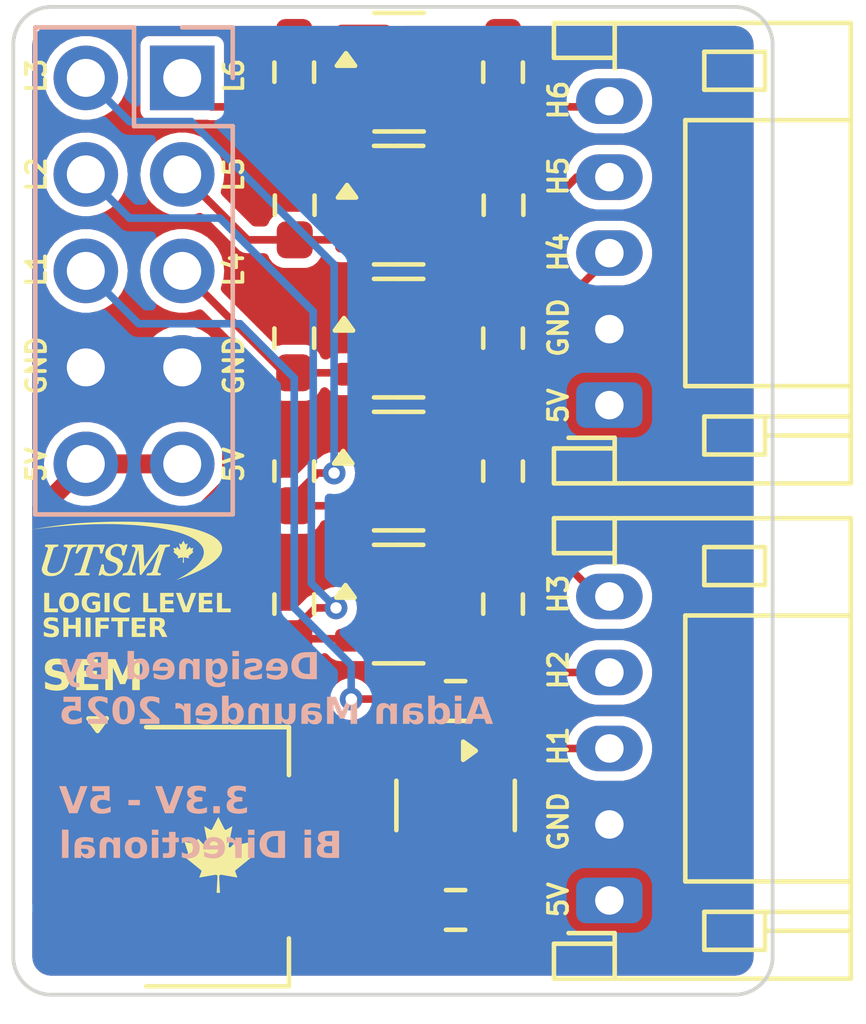
<source format=kicad_pcb>
(kicad_pcb (version 20240108) (generator "pcbnew") (generator_version "8.0")
  (layers (0 "F.Cu" signal) (31 "B.Cu" signal) (34 "B.Paste" user) (35 "F.Paste" user) (36 "B.SilkS" user "B.Silkscreen") (37 "F.SilkS" user "F.Silkscreen") (38 "B.Mask" user) (39 "F.Mask" user) (44 "Edge.Cuts" user))
  (net 0 "")
  (net 1 "GND")
  (net 2 "+3V3")
  (net 3 "+5V")
  (net 4 "DLOW6")
  (net 5 "DLOW4")
  (net 6 "DLOW2")
  (net 7 "DLOW1")
  (net 8 "DLOW5")
  (net 9 "DLOW3")
  (net 10 "DHIGH2")
  (net 11 "DHIGH6")
  (net 12 "DHIGH4")
  (net 13 "DHIGH5")
  (net 14 "DHIGH3")
  (net 15 "DHIGH1")
  (footprint "Resistor_SMD:R_0603_1608Metric_Pad0.98x0.95mm_HandSolder" (layer "F.Cu") (at 118 63.2 -90)
    (property "Reference" "R7" (hide yes))
    (property "Value" "10k" (hide yes))
    (pad "1" smd roundrect (at -0.9125 0 270) (size 0.975 0.95) (layers "F.Cu" "F.Paste" "F.Mask") (net 2 "+3V3"))
    (pad "2" smd roundrect (at 0.9125 0 270) (size 0.975 0.95) (layers "F.Cu" "F.Paste" "F.Mask") (net 5 "DLOW4"))
  )
  (footprint "Resistor_SMD:R_0603_1608Metric_Pad0.98x0.95mm_HandSolder" (layer "F.Cu") (at 123.5 63.2 -90)
    (property "Reference" "R8" (hide yes))
    (property "Value" "10k" (hide yes))
    (pad "1" smd roundrect (at -0.9125 0 270) (size 0.975 0.95) (layers "F.Cu" "F.Paste" "F.Mask") (net 3 "+5V"))
    (pad "2" smd roundrect (at 0.9125 0 270) (size 0.975 0.95) (layers "F.Cu" "F.Paste" "F.Mask") (net 12 "DHIGH4"))
  )
  (footprint "Resistor_SMD:R_0603_1608Metric_Pad0.98x0.95mm_HandSolder" (layer "F.Cu") (at 123.5 56.2 -90)
    (property "Reference" "R12" (hide yes))
    (property "Value" "10k" (hide yes))
    (pad "1" smd roundrect (at -0.9125 0 270) (size 0.975 0.95) (layers "F.Cu" "F.Paste" "F.Mask") (net 3 "+5V"))
    (pad "2" smd roundrect (at 0.9125 0 270) (size 0.975 0.95) (layers "F.Cu" "F.Paste" "F.Mask") (net 11 "DHIGH6"))
  )
  (footprint "Graphics:UTSM 5" (layer "F.Cu") (at 113.6 68.8)
    (property "Reference" "G***" (hide yes))
    (property "Value" "LOGO" (hide yes))
  )
  (footprint "Resistor_SMD:R_0603_1608Metric_Pad0.98x0.95mm_HandSolder" (layer "F.Cu") (at 118.0125 59.7 -90)
    (property "Reference" "R9" (hide yes))
    (property "Value" "10k" (hide yes))
    (pad "1" smd roundrect (at -0.9125 0 270) (size 0.975 0.95) (layers "F.Cu" "F.Paste" "F.Mask") (net 2 "+3V3"))
    (pad "2" smd roundrect (at 0.9125 0 270) (size 0.975 0.95) (layers "F.Cu" "F.Paste" "F.Mask") (net 8 "DLOW5"))
  )
  (footprint "Package_TO_SOT_SMD:SOT-23" (layer "F.Cu") (at 120.75 66.7)
    (property "Reference" "Q3" (hide yes))
    (property "Value" "BSS138" (hide yes))
    (pad "1" smd roundrect (at -0.9375 -0.95) (size 1.475 0.6) (layers "F.Cu" "F.Paste" "F.Mask") (net 2 "+3V3"))
    (pad "2" smd roundrect (at -0.9375 0.95) (size 1.475 0.6) (layers "F.Cu" "F.Paste" "F.Mask") (net 9 "DLOW3"))
    (pad "3" smd roundrect (at 0.9375 0) (size 1.475 0.6) (layers "F.Cu" "F.Paste" "F.Mask") (net 14 "DHIGH3"))
  )
  (footprint "Package_TO_SOT_SMD:SOT-23" (layer "F.Cu") (at 120.75 59.7)
    (property "Reference" "Q5" (hide yes))
    (property "Value" "BSS138" (hide yes))
    (pad "1" smd roundrect (at -0.9375 -0.95) (size 1.475 0.6) (layers "F.Cu" "F.Paste" "F.Mask") (net 2 "+3V3"))
    (pad "2" smd roundrect (at -0.9375 0.95) (size 1.475 0.6) (layers "F.Cu" "F.Paste" "F.Mask") (net 8 "DLOW5"))
    (pad "3" smd roundrect (at 0.9375 0) (size 1.475 0.6) (layers "F.Cu" "F.Paste" "F.Mask") (net 13 "DHIGH5"))
  )
  (footprint "Resistor_SMD:R_0603_1608Metric_Pad0.98x0.95mm_HandSolder" (layer "F.Cu") (at 118 66.7 -90)
    (property "Reference" "R5" (hide yes))
    (property "Value" "10k" (hide yes))
    (pad "1" smd roundrect (at -0.9125 0 270) (size 0.975 0.95) (layers "F.Cu" "F.Paste" "F.Mask") (net 2 "+3V3"))
    (pad "2" smd roundrect (at 0.9125 0 270) (size 0.975 0.95) (layers "F.Cu" "F.Paste" "F.Mask") (net 9 "DLOW3"))
  )
  (footprint "Resistor_SMD:R_0603_1608Metric_Pad0.98x0.95mm_HandSolder" (layer "F.Cu") (at 118 70.2 -90)
    (property "Reference" "R3" (hide yes))
    (property "Value" "10k" (hide yes))
    (pad "1" smd roundrect (at -0.9125 0 270) (size 0.975 0.95) (layers "F.Cu" "F.Paste" "F.Mask") (net 2 "+3V3"))
    (pad "2" smd roundrect (at 0.9125 0 270) (size 0.975 0.95) (layers "F.Cu" "F.Paste" "F.Mask") (net 6 "DLOW2"))
  )
  (footprint "Resistor_SMD:R_0603_1608Metric_Pad0.98x0.95mm_HandSolder" (layer "F.Cu") (at 123.5 70.2 -90)
    (property "Reference" "R4" (hide yes))
    (property "Value" "10k" (hide yes))
    (pad "1" smd roundrect (at -0.9125 0 270) (size 0.975 0.95) (layers "F.Cu" "F.Paste" "F.Mask") (net 3 "+5V"))
    (pad "2" smd roundrect (at 0.9125 0 270) (size 0.975 0.95) (layers "F.Cu" "F.Paste" "F.Mask") (net 10 "DHIGH2"))
  )
  (footprint "Resistor_SMD:R_0603_1608Metric_Pad0.98x0.95mm_HandSolder" (layer "F.Cu") (at 123.5125 59.7 -90)
    (property "Reference" "R10" (hide yes))
    (property "Value" "10k" (hide yes))
    (pad "1" smd roundrect (at -0.9125 0 270) (size 0.975 0.95) (layers "F.Cu" "F.Paste" "F.Mask") (net 3 "+5V"))
    (pad "2" smd roundrect (at 0.9125 0 270) (size 0.975 0.95) (layers "F.Cu" "F.Paste" "F.Mask") (net 13 "DHIGH5"))
  )
  (footprint "Resistor_SMD:R_0603_1608Metric_Pad0.98x0.95mm_HandSolder" (layer "F.Cu") (at 118 56.2 -90)
    (property "Reference" "R11" (hide yes))
    (property "Value" "10k" (hide yes))
    (pad "1" smd roundrect (at -0.9125 0 270) (size 0.975 0.95) (layers "F.Cu" "F.Paste" "F.Mask") (net 2 "+3V3"))
    (pad "2" smd roundrect (at 0.9125 0 270) (size 0.975 0.95) (layers "F.Cu" "F.Paste" "F.Mask") (net 4 "DLOW6"))
  )
  (footprint "Connector_JST:JST_PH_S5B-PH-K_1x05_P2.00mm_Horizontal" (layer "F.Cu") (at 126.3 64.9625 90)
    (property "Reference" "J3" (hide yes))
    (property "Value" "Conn_01x05_Pin" (hide yes))
    (pad "1" thru_hole roundrect (at 0 0 90) (size 1.2 1.75) (drill 0.75) (layers "*.Cu" "*.Mask") (roundrect_rratio 0.208333) (net 3 "+5V"))
    (pad "2" thru_hole oval (at 2 0 90) (size 1.2 1.75) (drill 0.75) (layers "*.Cu" "*.Mask") (net 1 "GND"))
    (pad "3" thru_hole oval (at 4 0 90) (size 1.2 1.75) (drill 0.75) (layers "*.Cu" "*.Mask") (net 12 "DHIGH4"))
    (pad "4" thru_hole oval (at 6 0 90) (size 1.2 1.75) (drill 0.75) (layers "*.Cu" "*.Mask") (net 13 "DHIGH5"))
    (pad "5" thru_hole oval (at 8 0 90) (size 1.2 1.75) (drill 0.75) (layers "*.Cu" "*.Mask") (net 11 "DHIGH6"))
  )
  (footprint "Resistor_SMD:R_0603_1608Metric_Pad0.98x0.95mm_HandSolder" (layer "F.Cu") (at 123.5 66.7 -90)
    (property "Reference" "R6" (hide yes))
    (property "Value" "10k" (hide yes))
    (pad "1" smd roundrect (at -0.9125 0 270) (size 0.975 0.95) (layers "F.Cu" "F.Paste" "F.Mask") (net 3 "+5V"))
    (pad "2" smd roundrect (at 0.9125 0 270) (size 0.975 0.95) (layers "F.Cu" "F.Paste" "F.Mask") (net 14 "DHIGH3"))
  )
  (footprint "Resistor_SMD:R_0603_1608Metric_Pad0.98x0.95mm_HandSolder" (layer "F.Cu") (at 122.25 72.75 180)
    (property "Reference" "R1" (hide yes))
    (property "Value" "10k" (hide yes))
    (pad "1" smd roundrect (at -0.9125 0 180) (size 0.975 0.95) (layers "F.Cu" "F.Paste" "F.Mask") (net 2 "+3V3"))
    (pad "2" smd roundrect (at 0.9125 0 180) (size 0.975 0.95) (layers "F.Cu" "F.Paste" "F.Mask") (net 7 "DLOW1"))
  )
  (footprint "Resistor_SMD:R_0603_1608Metric_Pad0.98x0.95mm_HandSolder" (layer "F.Cu") (at 122.25 78.25)
    (property "Reference" "R2" (hide yes))
    (property "Value" "10k" (hide yes))
    (pad "1" smd roundrect (at -0.9125 0) (size 0.975 0.95) (layers "F.Cu" "F.Paste" "F.Mask") (net 3 "+5V"))
    (pad "2" smd roundrect (at 0.9125 0) (size 0.975 0.95) (layers "F.Cu" "F.Paste" "F.Mask") (net 15 "DHIGH1"))
  )
  (footprint "Package_TO_SOT_SMD:SOT-223-3_TabPin2" (layer "F.Cu") (at 115.95 76.85)
    (property "Reference" "U1" (hide yes))
    (property "Value" "AMS1117-3.3" (hide yes))
    (pad "1" smd roundrect (at -3.15 -2.3) (size 2 1.5) (layers "F.Cu" "F.Paste" "F.Mask") (net 1 "GND"))
    (pad "2" smd roundrect (at -3.15 0) (size 2 1.5) (layers "F.Cu" "F.Paste" "F.Mask") (net 2 "+3V3"))
    (pad "2" smd roundrect (at 3.15 0) (size 2 3.8) (layers "F.Cu" "F.Paste" "F.Mask") (net 2 "+3V3"))
    (pad "3" smd roundrect (at -3.15 2.3) (size 2 1.5) (layers "F.Cu" "F.Paste" "F.Mask") (net 3 "+5V"))
  )
  (footprint "Connector_JST:JST_PH_S5B-PH-K_1x05_P2.00mm_Horizontal" (layer "F.Cu") (at 126.3 78 90)
    (property "Reference" "J2" (hide yes))
    (property "Value" "Conn_01x05_Pin" (hide yes))
    (pad "1" thru_hole roundrect (at 0 0 90) (size 1.2 1.75) (drill 0.75) (layers "*.Cu" "*.Mask") (roundrect_rratio 0.208333) (net 3 "+5V"))
    (pad "2" thru_hole oval (at 2 0 90) (size 1.2 1.75) (drill 0.75) (layers "*.Cu" "*.Mask") (net 1 "GND"))
    (pad "3" thru_hole oval (at 4 0 90) (size 1.2 1.75) (drill 0.75) (layers "*.Cu" "*.Mask") (net 15 "DHIGH1"))
    (pad "4" thru_hole oval (at 6 0 90) (size 1.2 1.75) (drill 0.75) (layers "*.Cu" "*.Mask") (net 10 "DHIGH2"))
    (pad "5" thru_hole oval (at 8 0 90) (size 1.2 1.75) (drill 0.75) (layers "*.Cu" "*.Mask") (net 14 "DHIGH3"))
  )
  (footprint "Package_TO_SOT_SMD:SOT-23" (layer "F.Cu") (at 120.75 63.2)
    (property "Reference" "Q4" (hide yes))
    (property "Value" "BSS138" (hide yes))
    (pad "1" smd roundrect (at -0.9375 -0.95) (size 1.475 0.6) (layers "F.Cu" "F.Paste" "F.Mask") (net 2 "+3V3"))
    (pad "2" smd roundrect (at -0.9375 0.95) (size 1.475 0.6) (layers "F.Cu" "F.Paste" "F.Mask") (net 5 "DLOW4"))
    (pad "3" smd roundrect (at 0.9375 0) (size 1.475 0.6) (layers "F.Cu" "F.Paste" "F.Mask") (net 12 "DHIGH4"))
  )
  (footprint "Custom:Maple Leaf" (layer "F.Cu") (at 116 76.8)
    (property "Reference" "G***" (hide yes))
    (property "Value" "LOGO" (hide yes))
  )
  (footprint "Package_TO_SOT_SMD:SOT-23" (layer "F.Cu") (at 120.7625 56.2)
    (property "Reference" "Q6" (hide yes))
    (property "Value" "BSS138" (hide yes))
    (pad "1" smd roundrect (at -0.9375 -0.95) (size 1.475 0.6) (layers "F.Cu" "F.Paste" "F.Mask") (net 2 "+3V3"))
    (pad "2" smd roundrect (at -0.9375 0.95) (size 1.475 0.6) (layers "F.Cu" "F.Paste" "F.Mask") (net 4 "DLOW6"))
    (pad "3" smd roundrect (at 0.9375 0) (size 1.475 0.6) (layers "F.Cu" "F.Paste" "F.Mask") (net 11 "DHIGH6"))
  )
  (footprint "Package_TO_SOT_SMD:SOT-23" (layer "F.Cu") (at 120.75 70.2)
    (property "Reference" "Q2" (hide yes))
    (property "Value" "BSS138" (hide yes))
    (pad "1" smd roundrect (at -0.9375 -0.95) (size 1.475 0.6) (layers "F.Cu" "F.Paste" "F.Mask") (net 2 "+3V3"))
    (pad "2" smd roundrect (at -0.9375 0.95) (size 1.475 0.6) (layers "F.Cu" "F.Paste" "F.Mask") (net 6 "DLOW2"))
    (pad "3" smd roundrect (at 0.9375 0) (size 1.475 0.6) (layers "F.Cu" "F.Paste" "F.Mask") (net 10 "DHIGH2"))
  )
  (footprint "Package_TO_SOT_SMD:SOT-23" (layer "F.Cu") (at 122.25 75.5 -90)
    (property "Reference" "Q1" (hide yes))
    (property "Value" "BSS138" (hide yes))
    (pad "1" smd roundrect (at -0.9375 -0.95 270) (size 1.475 0.6) (layers "F.Cu" "F.Paste" "F.Mask") (net 2 "+3V3"))
    (pad "2" smd roundrect (at -0.9375 0.95 270) (size 1.475 0.6) (layers "F.Cu" "F.Paste" "F.Mask") (net 7 "DLOW1"))
    (pad "3" smd roundrect (at 0.9375 0 270) (size 1.475 0.6) (layers "F.Cu" "F.Paste" "F.Mask") (net 15 "DHIGH1"))
  )
  (footprint "Connector_PinHeader_2.54mm:PinHeader_2x05_P2.54mm_Vertical" (layer "B.Cu") (at 115.05 56.35 180)
    (property "Reference" "J1" (hide yes))
    (property "Value" "Conn_02x05_Odd_Even" (hide yes))
    (pad "1" thru_hole rect (at 0 0 180) (size 1.7 1.7) (drill 1) (layers "*.Cu" "*.Mask") (net 4 "DLOW6"))
    (pad "2" thru_hole oval (at 2.54 0 180) (size 1.7 1.7) (drill 1) (layers "*.Cu" "*.Mask") (net 9 "DLOW3"))
    (pad "3" thru_hole oval (at 0 -2.54 180) (size 1.7 1.7) (drill 1) (layers "*.Cu" "*.Mask") (net 8 "DLOW5"))
    (pad "4" thru_hole oval (at 2.54 -2.54 180) (size 1.7 1.7) (drill 1) (layers "*.Cu" "*.Mask") (net 6 "DLOW2"))
    (pad "5" thru_hole oval (at 0 -5.08 180) (size 1.7 1.7) (drill 1) (layers "*.Cu" "*.Mask") (net 5 "DLOW4"))
    (pad "6" thru_hole oval (at 2.54 -5.08 180) (size 1.7 1.7) (drill 1) (layers "*.Cu" "*.Mask") (net 7 "DLOW1"))
    (pad "7" thru_hole oval (at 0 -7.62 180) (size 1.7 1.7) (drill 1) (layers "*.Cu" "*.Mask") (net 1 "GND"))
    (pad "8" thru_hole oval (at 2.54 -7.62 180) (size 1.7 1.7) (drill 1) (layers "*.Cu" "*.Mask") (net 1 "GND"))
    (pad "9" thru_hole oval (at 0 -10.16 180) (size 1.7 1.7) (drill 1) (layers "*.Cu" "*.Mask") (net 3 "+5V"))
    (pad "10" thru_hole oval (at 2.54 -10.16 180) (size 1.7 1.7) (drill 1) (layers "*.Cu" "*.Mask") (net 3 "+5V"))
  )
  (gr_line (start 110.6 79.48125) (end 110.6 55.48125) (stroke (width 0.1)) (layer "Edge.Cuts"))
  (gr_arc (start 129.6 54.48125) (mid 130.307107 54.774143) (end 130.6 55.48125) (stroke (width 0.1)) (layer "Edge.Cuts"))
  (gr_line (start 129.6 80.48125) (end 111.6 80.48125) (stroke (width 0.1)) (layer "Edge.Cuts"))
  (gr_arc (start 111.6 80.48125) (mid 110.892893 80.188357) (end 110.6 79.48125) (stroke (width 0.1)) (layer "Edge.Cuts"))
  (gr_arc (start 110.6 55.48125) (mid 110.892893 54.774143) (end 111.6 54.48125) (stroke (width 0.1)) (layer "Edge.Cuts"))
  (gr_line (start 111.6 54.48125) (end 129.6 54.48125) (stroke (width 0.1)) (layer "Edge.Cuts"))
  (gr_line (start 130.6 55.48125) (end 130.6 79.48125) (stroke (width 0.1)) (layer "Edge.Cuts"))
  (gr_arc (start 130.6 79.48125) (mid 130.307107 80.188357) (end 129.6 80.48125) (stroke (width 0.1)) (layer "Edge.Cuts"))
  (gr_text "Designed By\nAidan Maunder 2025\n\n3.3V - 5V\nBi Directional" (at 111.8 77 0) (layer "B.SilkS") (effects (font (size 0.7 0.7) (thickness 0.175) (bold yes)) (justify right bottom mirror)))
  (gr_text "GND" (at 125.25 63.75 90) (layer "F.SilkS") (effects (font (size 0.5 0.5) (thickness 0.1)) (justify left bottom)))
  (gr_text "L3" (at 111.5 56.8 90) (layer "F.SilkS") (effects (font (size 0.5 0.5) (thickness 0.1)) (justify left bottom)))
  (gr_text "GND" (at 111.5 64.75 90) (layer "F.SilkS") (effects (font (size 0.5 0.5) (thickness 0.1)) (justify left bottom)))
  (gr_text "H5" (at 125.25 59.5 90) (layer "F.SilkS") (effects (font (size 0.5 0.5) (thickness 0.1)) (justify left bottom)))
  (gr_text "5V" (at 125.25 65.5 90) (layer "F.SilkS") (effects (font (size 0.5 0.5) (thickness 0.1)) (justify left bottom)))
  (gr_text "5V" (at 111.5 67.05 90) (layer "F.SilkS") (effects (font (size 0.5 0.5) (thickness 0.1)) (justify left bottom)))
  (gr_text "H4" (at 125.25 61.5 90) (layer "F.SilkS") (effects (font (size 0.5 0.5) (thickness 0.1)) (justify left bottom)))
  (gr_text "5V" (at 116.7 67.05 90) (layer "F.SilkS") (effects (font (size 0.5 0.5) (thickness 0.1)) (justify left bottom)))
  (gr_text "H2" (at 125.25 72.5 90) (layer "F.SilkS") (effects (font (size 0.5 0.5) (thickness 0.1)) (justify left bottom)))
  (gr_text "5V" (at 125.25 78.5 90) (layer "F.SilkS") (effects (font (size 0.5 0.5) (thickness 0.1)) (justify left bottom)))
  (gr_text "H1" (at 125.25 74.5 90) (layer "F.SilkS") (effects (font (size 0.5 0.5) (thickness 0.1)) (justify left bottom)))
  (gr_text "H3" (at 125.25 70.5 90) (layer "F.SilkS") (effects (font (size 0.5 0.5) (thickness 0.1)) (justify left bottom)))
  (gr_text "L6" (at 116.7 56.8 90) (layer "F.SilkS") (effects (font (size 0.5 0.5) (thickness 0.1)) (justify left bottom)))
  (gr_text "L5" (at 116.7 59.4 90) (layer "F.SilkS") (effects (font (size 0.5 0.5) (thickness 0.1)) (justify left bottom)))
  (gr_text "SHIFTER" (at 111.35 71.15 0) (layer "F.SilkS") (effects (font (size 0.5 0.5) (thickness 0.125) (bold yes)) (justify left bottom)))
  (gr_text "L4" (at 116.7 61.9 90) (layer "F.SilkS") (effects (font (size 0.5 0.5) (thickness 0.1)) (justify left bottom)))
  (gr_text "L1" (at 111.5 61.9 90) (layer "F.SilkS") (effects (font (size 0.5 0.5) (thickness 0.1)) (justify left bottom)))
  (gr_text "H6" (at 125.25 57.5 90) (layer "F.SilkS") (effects (font (size 0.5 0.5) (thickness 0.1)) (justify left bottom)))
  (gr_text "LOGIC LEVEL" (at 111.35 70.5 0) (layer "F.SilkS") (effects (font (size 0.5 0.5) (thickness 0.125) (bold yes)) (justify left bottom)))
  (gr_text "GND" (at 125.25 76.75 90) (layer "F.SilkS") (effects (font (size 0.5 0.5) (thickness 0.1)) (justify left bottom)))
  (gr_text "GND" (at 116.7 64.75 90) (layer "F.SilkS") (effects (font (size 0.5 0.5) (thickness 0.1)) (justify left bottom)))
  (gr_text "L2" (at 111.5 59.4 90) (layer "F.SilkS") (effects (font (size 0.5 0.5) (thickness 0.1)) (justify left bottom)))
  (gr_text "SEM" (at 111.35 72.6 0) (layer "F.SilkS") (effects (font (size 0.8 0.8) (thickness 0.2) (bold yes)) (justify left bottom)))
  (segment (start 115.05 63.97) (end 112.51 63.97) (width 0.5) (layer "F.Cu") (net 1))
  (segment (start 115.05 63.97) (end 116.35 65.27) (width 0.5) (layer "F.Cu") (net 1))
  (segment (start 116.35 65.27) (end 116.35 67.048478) (width 0.5) (layer "F.Cu") (net 1))
  (segment (start 116.35 67.048478) (end 112.8 70.598478) (width 0.5) (layer "F.Cu") (net 1))
  (segment (start 112.8 70.598478) (end 112.8 74.55) (width 0.5) (layer "F.Cu") (net 1))
  (segment (start 123.1625 74.525) (end 123.2 74.5625) (width 0.2) (layer "F.Cu") (net 2))
  (segment (start 117.75 65.7875) (end 119.525 65.7875) (width 0.2) (layer "F.Cu") (net 2))
  (segment (start 119.525 62.2875) (end 119.5625 62.25) (width 0.2) (layer "F.Cu") (net 2))
  (segment (start 123.1625 72.75) (end 123.1625 74.525) (width 0.2) (layer "F.Cu") (net 2))
  (segment (start 119.5375 55.2875) (end 119.575 55.25) (width 0.2) (layer "F.Cu") (net 2))
  (segment (start 119.1 76.85) (end 120.390552 76.85) (width 0.2) (layer "F.Cu") (net 2))
  (segment (start 122.678052 74.5625) (end 123.2 74.5625) (width 0.2) (layer "F.Cu") (net 2))
  (segment (start 120.390552 76.85) (end 122.678052 74.5625) (width 0.2) (layer "F.Cu") (net 2))
  (segment (start 119.525 58.7875) (end 119.5625 58.75) (width 0.2) (layer "F.Cu") (net 2))
  (segment (start 119.525 65.7875) (end 119.5625 65.75) (width 0.2) (layer "F.Cu") (net 2))
  (segment (start 117.7625 58.7875) (end 119.525 58.7875) (width 0.2) (layer "F.Cu") (net 2))
  (segment (start 119.525 69.2875) (end 119.5625 69.25) (width 0.2) (layer "F.Cu") (net 2))
  (segment (start 117.75 55.2875) (end 119.5375 55.2875) (width 0.2) (layer "F.Cu") (net 2))
  (segment (start 117.75 69.2875) (end 119.525 69.2875) (width 0.2) (layer "F.Cu") (net 2))
  (segment (start 117.75 62.2875) (end 119.525 62.2875) (width 0.2) (layer "F.Cu") (net 2))
  (segment (start 111.35 78.05) (end 111.35 67.67) (width 0.5) (layer "F.Cu") (net 3))
  (segment (start 112.51 66.51) (end 115.05 66.51) (width 0.5) (layer "F.Cu") (net 3))
  (segment (start 112.45 79.15) (end 111.35 78.05) (width 0.5) (layer "F.Cu") (net 3))
  (segment (start 111.35 67.67) (end 112.51 66.51) (width 0.5) (layer "F.Cu") (net 3))
  (segment (start 112.8 79.15) (end 112.45 79.15) (width 0.5) (layer "F.Cu") (net 3))
  (segment (start 117.75 57.1125) (end 115.8125 57.1125) (width 0.2) (layer "F.Cu") (net 4))
  (segment (start 119.5375 57.1125) (end 119.575 57.15) (width 0.2) (layer "F.Cu") (net 4))
  (segment (start 117.75 57.1125) (end 119.5375 57.1125) (width 0.2) (layer "F.Cu") (net 4))
  (segment (start 115.8125 57.1125) (end 115.05 56.35) (width 0.2) (layer "F.Cu") (net 4))
  (segment (start 117.7325 64.1125) (end 115.05 61.43) (width 0.2) (layer "F.Cu") (net 5))
  (segment (start 119.525 64.1125) (end 119.5625 64.15) (width 0.2) (layer "F.Cu") (net 5))
  (segment (start 117.75 64.1125) (end 117.7325 64.1125) (width 0.2) (layer "F.Cu") (net 5))
  (segment (start 117.75 64.1125) (end 119.525 64.1125) (width 0.2) (layer "F.Cu") (net 5))
  (segment (start 119.525 71.1125) (end 119.5625 71.15) (width 0.2) (layer "F.Cu") (net 6))
  (segment (start 118.5625 70.3) (end 117.75 71.1125) (width 0.2) (layer "F.Cu") (net 6))
  (segment (start 119.1 70.3) (end 118.5625 70.3) (width 0.2) (layer "F.Cu") (net 6))
  (segment (start 117.75 71.1125) (end 119.525 71.1125) (width 0.2) (layer "F.Cu") (net 6))
  (via (at 119.1 70.3) (size 0.6) (drill 0.3) (layers "F.Cu" "B.Cu") (net 6))
  (segment (start 119.1 70.3) (end 118.45 69.65) (width 0.2) (layer "B.Cu") (net 6))
  (segment (start 118.5 66.451471) (end 118.5 62.5) (width 0.2) (layer "B.Cu") (net 6))
  (segment (start 118.45 69.65) (end 118.45 66.501471) (width 0.2) (layer "B.Cu") (net 6))
  (segment (start 118.45 66.501471) (end 118.5 66.451471) (width 0.2) (layer "B.Cu") (net 6))
  (segment (start 118.5 62.5) (end 116.04 60.04) (width 0.2) (layer "B.Cu") (net 6))
  (segment (start 113.66 60.04) (end 112.51 58.89) (width 0.2) (layer "B.Cu") (net 6))
  (segment (start 116.04 60.04) (end 113.66 60.04) (width 0.2) (layer "B.Cu") (net 6))
  (segment (start 121.3375 74.525) (end 121.3 74.5625) (width 0.2) (layer "F.Cu") (net 7))
  (segment (start 121.2875 72.7) (end 121.3375 72.75) (width 0.2) (layer "F.Cu") (net 7))
  (segment (start 119.5 72.7) (end 121.2875 72.7) (width 0.2) (layer "F.Cu") (net 7))
  (segment (start 121.3375 72.75) (end 121.3375 74.525) (width 0.2) (layer "F.Cu") (net 7))
  (via (at 119.5 72.7) (size 0.6) (drill 0.3) (layers "F.Cu" "B.Cu") (net 7))
  (segment (start 119.5 72.7) (end 119.5 71.8) (width 0.2) (layer "B.Cu") (net 7))
  (segment (start 113.9 62.82) (end 112.51 61.43) (width 0.2) (layer "B.Cu") (net 7))
  (segment (start 116.57 62.82) (end 113.9 62.82) (width 0.2) (layer "B.Cu") (net 7))
  (segment (start 118 70.3) (end 118 64.25) (width 0.2) (layer "B.Cu") (net 7))
  (segment (start 118 64.25) (end 116.57 62.82) (width 0.2) (layer "B.Cu") (net 7))
  (segment (start 119.5 71.8) (end 118 70.3) (width 0.2) (layer "B.Cu") (net 7))
  (segment (start 117.7625 60.6125) (end 119.525 60.6125) (width 0.2) (layer "F.Cu") (net 8))
  (segment (start 119.525 60.6125) (end 119.5625 60.65) (width 0.2) (layer "F.Cu") (net 8))
  (segment (start 117.7625 60.6125) (end 116.7725 60.6125) (width 0.2) (layer "F.Cu") (net 8))
  (segment (start 116.7725 60.6125) (end 115.05 58.89) (width 0.2) (layer "F.Cu") (net 8))
  (segment (start 118.6125 66.75) (end 117.75 67.6125) (width 0.2) (layer "F.Cu") (net 9))
  (segment (start 119.525 67.6125) (end 119.5625 67.65) (width 0.2) (layer "F.Cu") (net 9))
  (segment (start 117.75 67.6125) (end 119.525 67.6125) (width 0.2) (layer "F.Cu") (net 9))
  (segment (start 119.05 66.75) (end 118.6125 66.75) (width 0.2) (layer "F.Cu") (net 9))
  (via (at 119.05 66.75) (size 0.6) (drill 0.3) (layers "F.Cu" "B.Cu") (net 9))
  (segment (start 119.05 66.75) (end 119.05 61.263654) (width 0.2) (layer "B.Cu") (net 9))
  (segment (start 113.66 57.5) (end 112.51 56.35) (width 0.2) (layer "B.Cu") (net 9))
  (segment (start 115.286346 57.5) (end 113.66 57.5) (width 0.2) (layer "B.Cu") (net 9))
  (segment (start 119.05 61.263654) (end 115.286346 57.5) (width 0.2) (layer "B.Cu") (net 9))
  (segment (start 123.25 71.1125) (end 123.25 71.25) (width 0.2) (layer "F.Cu") (net 10))
  (segment (start 124 72) (end 126 72) (width 0.2) (layer "F.Cu") (net 10))
  (segment (start 122.3375 70.2) (end 123.25 71.1125) (width 0.2) (layer "F.Cu") (net 10))
  (segment (start 123.25 71.25) (end 124 72) (width 0.2) (layer "F.Cu") (net 10))
  (segment (start 121.4375 70.2) (end 122.3375 70.2) (width 0.2) (layer "F.Cu") (net 10))
  (segment (start 125.85 57.1125) (end 126 56.9625) (width 0.2) (layer "F.Cu") (net 11))
  (segment (start 122.3375 56.2) (end 123.25 57.1125) (width 0.2) (layer "F.Cu") (net 11))
  (segment (start 123.25 57.1125) (end 125.85 57.1125) (width 0.2) (layer "F.Cu") (net 11))
  (segment (start 121.45 56.2) (end 122.3375 56.2) (width 0.2) (layer "F.Cu") (net 11))
  (segment (start 123.25 64.1125) (end 126 61.3625) (width 0.2) (layer "F.Cu") (net 12))
  (segment (start 122.3375 63.2) (end 123.25 64.1125) (width 0.2) (layer "F.Cu") (net 12))
  (segment (start 121.4375 63.2) (end 122.3375 63.2) (width 0.2) (layer "F.Cu") (net 12))
  (segment (start 126 61.3625) (end 126 60.9625) (width 0.2) (layer "F.Cu") (net 12))
  (segment (start 125.4375 58.9625) (end 126 58.9625) (width 0.2) (layer "F.Cu") (net 13))
  (segment (start 122.35 59.7) (end 123.2625 60.6125) (width 0.2) (layer "F.Cu") (net 13))
  (segment (start 123.7875 60.6125) (end 125.4375 58.9625) (width 0.2) (layer "F.Cu") (net 13))
  (segment (start 123.2625 60.6125) (end 123.7875 60.6125) (width 0.2) (layer "F.Cu") (net 13))
  (segment (start 121.4375 59.7) (end 122.35 59.7) (width 0.2) (layer "F.Cu") (net 13))
  (segment (start 121.4375 66.7) (end 122.3375 66.7) (width 0.2) (layer "F.Cu") (net 14))
  (segment (start 123.6125 67.6125) (end 126 70) (width 0.2) (layer "F.Cu") (net 14))
  (segment (start 123.25 67.6125) (end 123.6125 67.6125) (width 0.2) (layer "F.Cu") (net 14))
  (segment (start 122.3375 66.7) (end 123.25 67.6125) (width 0.2) (layer "F.Cu") (net 14))
  (segment (start 126 74) (end 125 74) (width 0.2) (layer "F.Cu") (net 15))
  (segment (start 122.25 76.4375) (end 122.25 77.3375) (width 0.2) (layer "F.Cu") (net 15))
  (segment (start 125 74) (end 124.5 74.5) (width 0.2) (layer "F.Cu") (net 15))
  (segment (start 124.5 74.5) (end 124.5 76.9125) (width 0.2) (layer "F.Cu") (net 15))
  (segment (start 122.25 77.3375) (end 123.1625 78.25) (width 0.2) (layer "F.Cu") (net 15))
  (segment (start 124.5 76.9125) (end 123.1625 78.25) (width 0.2) (layer "F.Cu") (net 15))
  (zone (net 2) (net_name "+3V3") (layer "F.Cu") (connect_pads yes (clearance 0.25)) (min_thickness 0.25) (fill yes (thermal_gap 0.5) (thermal_bridge_width 0.5))
    (polygon (pts (xy 110.55 54.5) (xy 120.75 54.5) (xy 120.75 78.05) (xy 110.55 78.05)))
  )
  (zone (net 3) (net_name "+5V") (layer "F.Cu") (priority 1) (connect_pads yes (clearance 0.25)) (min_thickness 0.25) (fill yes (thermal_gap 0.5) (thermal_bridge_width 0.5))
    (polygon (pts (xy 120.35 54.3) (xy 131.5 54.5) (xy 131.5 81.25) (xy 110.25 81.25) (xy 110.25 78.2) (xy 120.35 78.05)))
  )
  (zone (net 1) (net_name "GND") (layer "B.Cu") (connect_pads yes (clearance 0.25)) (min_thickness 0.25) (fill yes (thermal_gap 0.5) (thermal_bridge_width 0.5))
    (polygon (pts (xy 110.5 54.5) (xy 132.95 54.5) (xy 132.95 80.8) (xy 110.5 80.8)))
  )
)
</source>
